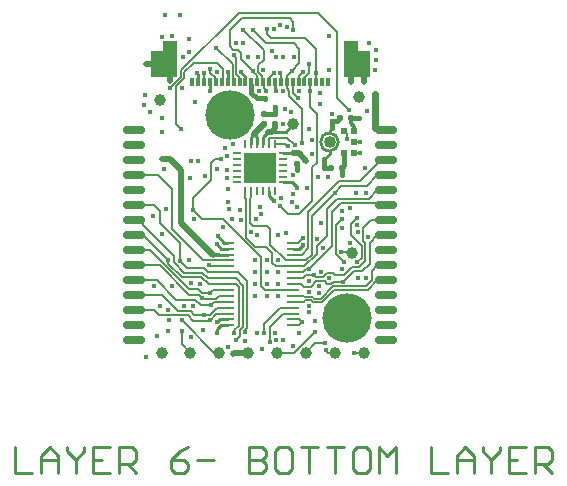
<source format=gbl>
G04*
G04 #@! TF.GenerationSoftware,Altium Limited,Altium Designer,20.1.11 (218)*
G04*
G04 Layer_Physical_Order=6*
G04 Layer_Color=16711680*
%FSLAX25Y25*%
%MOIN*%
G70*
G04*
G04 #@! TF.SameCoordinates,49FD3369-56E0-4B66-BF1D-E122077B7428*
G04*
G04*
G04 #@! TF.FilePolarity,Positive*
G04*
G01*
G75*
%ADD11C,0.01000*%
%ADD15C,0.00500*%
G04:AMPARAMS|DCode=20|XSize=22.05mil|YSize=20.08mil|CornerRadius=5.02mil|HoleSize=0mil|Usage=FLASHONLY|Rotation=180.000|XOffset=0mil|YOffset=0mil|HoleType=Round|Shape=RoundedRectangle|*
%AMROUNDEDRECTD20*
21,1,0.02205,0.01004,0,0,180.0*
21,1,0.01201,0.02008,0,0,180.0*
1,1,0.01004,-0.00600,0.00502*
1,1,0.01004,0.00600,0.00502*
1,1,0.01004,0.00600,-0.00502*
1,1,0.01004,-0.00600,-0.00502*
%
%ADD20ROUNDEDRECTD20*%
G04:AMPARAMS|DCode=27|XSize=22.05mil|YSize=20.08mil|CornerRadius=5.02mil|HoleSize=0mil|Usage=FLASHONLY|Rotation=90.000|XOffset=0mil|YOffset=0mil|HoleType=Round|Shape=RoundedRectangle|*
%AMROUNDEDRECTD27*
21,1,0.02205,0.01004,0,0,90.0*
21,1,0.01201,0.02008,0,0,90.0*
1,1,0.01004,0.00502,0.00600*
1,1,0.01004,0.00502,-0.00600*
1,1,0.01004,-0.00502,-0.00600*
1,1,0.01004,-0.00502,0.00600*
%
%ADD27ROUNDEDRECTD27*%
%ADD69C,0.04000*%
%ADD72C,0.03937*%
%ADD73C,0.00800*%
%ADD76C,0.01968*%
%ADD77C,0.01200*%
%ADD78C,0.01500*%
%ADD81C,0.00984*%
%ADD82C,0.02000*%
%ADD83C,0.01900*%
%ADD84C,0.01181*%
%ADD87C,0.00600*%
%ADD90C,0.00884*%
%ADD93C,0.01081*%
%ADD95C,0.16500*%
%ADD96C,0.01772*%
%ADD97R,0.04331X0.08661*%
%ADD98R,0.05118X0.12008*%
%ADD99R,0.01181X0.03150*%
%ADD100C,0.00787*%
%ADD101R,0.02055X0.02362*%
%ADD102R,0.03110X0.01024*%
%ADD103R,0.01024X0.03110*%
%ADD104R,0.10630X0.10236*%
G04:AMPARAMS|DCode=105|XSize=9.84mil|YSize=43.31mil|CornerRadius=2.46mil|HoleSize=0mil|Usage=FLASHONLY|Rotation=270.000|XOffset=0mil|YOffset=0mil|HoleType=Round|Shape=RoundedRectangle|*
%AMROUNDEDRECTD105*
21,1,0.00984,0.03839,0,0,270.0*
21,1,0.00492,0.04331,0,0,270.0*
1,1,0.00492,-0.01919,-0.00246*
1,1,0.00492,-0.01919,0.00246*
1,1,0.00492,0.01919,0.00246*
1,1,0.00492,0.01919,-0.00246*
%
%ADD105ROUNDEDRECTD105*%
%ADD106C,0.01700*%
%ADD107C,0.02362*%
G04:AMPARAMS|DCode=108|XSize=25.59mil|YSize=70.87mil|CornerRadius=6.4mil|HoleSize=0mil|Usage=FLASHONLY|Rotation=270.000|XOffset=0mil|YOffset=0mil|HoleType=Round|Shape=RoundedRectangle|*
%AMROUNDEDRECTD108*
21,1,0.02559,0.05807,0,0,270.0*
21,1,0.01280,0.07087,0,0,270.0*
1,1,0.01280,-0.02904,-0.00640*
1,1,0.01280,-0.02904,0.00640*
1,1,0.01280,0.02904,0.00640*
1,1,0.01280,0.02904,-0.00640*
%
%ADD108ROUNDEDRECTD108*%
D11*
X65047Y71906D02*
G03*
X68047Y74906I0J3000D01*
G01*
D02*
G03*
X65047Y77906I-3000J0D01*
G01*
D02*
G03*
X65047Y71906I0J-3000D01*
G01*
X65047Y78902D02*
X65842Y79697D01*
X65047Y77906D02*
Y78902D01*
X65047Y70963D02*
Y71906D01*
X63342Y69258D02*
X65047Y70963D01*
X39993Y77607D02*
X40000Y77600D01*
X27712Y43436D02*
X29809Y41339D01*
X31083D01*
X50424Y78324D02*
X52900Y80800D01*
X45714Y78324D02*
X50424D01*
X54128Y59734D02*
Y59785D01*
X52496Y61417D02*
X54128Y59785D01*
X46850Y92201D02*
X47058Y91993D01*
X46850Y92201D02*
Y94882D01*
X49685Y61417D02*
X52496D01*
X49685Y71260D02*
X52782D01*
X52797Y71275D01*
X44894Y57006D02*
Y58571D01*
Y57006D02*
X46600Y55300D01*
X44882Y58583D02*
X44894Y58571D01*
X38976Y76577D02*
X40000Y77600D01*
X42913Y74094D02*
Y76708D01*
X44530Y78324D01*
X40945Y74094D02*
Y76655D01*
X40000Y77600D02*
X40945Y76655D01*
X38976Y74094D02*
Y76577D01*
X36917Y94972D02*
Y96717D01*
X35374Y98260D02*
X36917Y96717D01*
Y94972D02*
X37008Y94882D01*
X27442Y14806D02*
X28385Y15749D01*
X31083D01*
X28916Y13780D02*
X31083D01*
X27559Y12423D02*
X28916Y13780D01*
X27559Y11335D02*
Y12423D01*
X31102Y94882D02*
Y98406D01*
X-39800Y-26741D02*
Y-35400D01*
X-34028D01*
X-31141D02*
Y-29628D01*
X-28255Y-26741D01*
X-25369Y-29628D01*
Y-35400D01*
Y-31071D01*
X-31141D01*
X-22483Y-26741D02*
Y-28185D01*
X-19597Y-31071D01*
X-16710Y-28185D01*
Y-26741D01*
X-19597Y-31071D02*
Y-35400D01*
X-8052Y-26741D02*
X-13824D01*
Y-35400D01*
X-8052D01*
X-13824Y-31071D02*
X-10938D01*
X-5165Y-35400D02*
Y-26741D01*
X-836D01*
X607Y-28185D01*
Y-31071D01*
X-836Y-32514D01*
X-5165D01*
X-2279D02*
X607Y-35400D01*
X17924Y-26741D02*
X15038Y-28185D01*
X12152Y-31071D01*
Y-33957D01*
X13595Y-35400D01*
X16481D01*
X17924Y-33957D01*
Y-32514D01*
X16481Y-31071D01*
X12152D01*
X20810D02*
X26583D01*
X38128Y-26741D02*
Y-35400D01*
X42457D01*
X43900Y-33957D01*
Y-32514D01*
X42457Y-31071D01*
X38128D01*
X42457D01*
X43900Y-29628D01*
Y-28185D01*
X42457Y-26741D01*
X38128D01*
X51116D02*
X48229D01*
X46786Y-28185D01*
Y-33957D01*
X48229Y-35400D01*
X51116D01*
X52559Y-33957D01*
Y-28185D01*
X51116Y-26741D01*
X55445D02*
X61217D01*
X58331D01*
Y-35400D01*
X64103Y-26741D02*
X69876D01*
X66990D01*
Y-35400D01*
X77091Y-26741D02*
X74205D01*
X72762Y-28185D01*
Y-33957D01*
X74205Y-35400D01*
X77091D01*
X78535Y-33957D01*
Y-28185D01*
X77091Y-26741D01*
X81421Y-35400D02*
Y-26741D01*
X84307Y-29628D01*
X87193Y-26741D01*
Y-35400D01*
X98738Y-26741D02*
Y-35400D01*
X104510D01*
X107396D02*
Y-29628D01*
X110283Y-26741D01*
X113169Y-29628D01*
Y-35400D01*
Y-31071D01*
X107396D01*
X116055Y-26741D02*
Y-28185D01*
X118941Y-31071D01*
X121828Y-28185D01*
Y-26741D01*
X118941Y-31071D02*
Y-35400D01*
X130486Y-26741D02*
X124714D01*
Y-35400D01*
X130486D01*
X124714Y-31071D02*
X127600D01*
X133372Y-35400D02*
Y-26741D01*
X137702D01*
X139145Y-28185D01*
Y-31071D01*
X137702Y-32514D01*
X133372D01*
X136259D02*
X139145Y-35400D01*
D15*
X77193Y26746D02*
X79200Y28753D01*
Y32046D02*
X80972Y33819D01*
X79200Y28753D02*
Y32046D01*
X55764Y74707D02*
X55793Y74736D01*
Y85907D01*
X52492Y98706D02*
X54972Y101185D01*
Y105914D01*
X53086Y107800D02*
X54972Y105914D01*
X43976Y107800D02*
X53086D01*
X51602Y90098D02*
Y91998D01*
Y90098D02*
X55793Y85907D01*
X50787Y92813D02*
Y94882D01*
Y92813D02*
X51602Y91998D01*
X50787Y94882D02*
Y97001D01*
X50787Y94882D02*
X50787Y94882D01*
X39370Y112406D02*
X43976Y107800D01*
X50787Y97001D02*
X52492Y98706D01*
X19500Y52200D02*
Y56400D01*
X25400Y62300D01*
Y67795D01*
X26741Y69137D01*
X28722D01*
X29390Y49257D02*
X42042Y36605D01*
X19500Y52200D02*
X22443Y49257D01*
X29390D01*
X12500Y45819D02*
Y59300D01*
X7981Y63819D02*
X12500Y59300D01*
Y45819D02*
X22885Y35434D01*
X6481Y53819D02*
X8500Y51800D01*
Y47957D02*
X15342Y41115D01*
X8500Y47957D02*
Y51800D01*
X2955Y53819D02*
X6481D01*
X2955Y63819D02*
X7981D01*
X59300Y66424D02*
X60700Y67824D01*
X58521Y86587D02*
X60700Y84408D01*
Y67824D02*
Y84408D01*
X50993Y76400D02*
X53492Y73900D01*
X45100Y76400D02*
X50993D01*
X44882Y76182D02*
X45100Y76400D01*
X2955Y18819D02*
X6490Y18819D01*
X8099Y17210D02*
X17890D01*
X6490Y18819D02*
X6490D01*
X8099Y17210D01*
X19894Y17406D02*
X23342D01*
X14438Y18489D02*
X18811D01*
X19894Y17406D01*
X19694Y15406D02*
X25042D01*
X17890Y17210D02*
X19694Y15406D01*
X23342Y17406D02*
X25306D01*
X2955Y23819D02*
X9108D01*
X14438Y18489D01*
X17672Y32900D02*
X23148D01*
X24551Y31497D01*
X15342Y35230D02*
X17672Y32900D01*
X31083Y29528D02*
X33720D01*
X24481D02*
X31083D01*
X2955Y47335D02*
Y48819D01*
X13342Y34758D02*
Y36948D01*
X2955Y47335D02*
X13342Y36948D01*
X31083Y31497D02*
X34550D01*
X24551D02*
X31083D01*
X43765Y40035D02*
X45942Y37858D01*
X37364Y43036D02*
X40365Y40035D01*
X43765D01*
X39393Y47044D02*
X44259D01*
X45232Y40616D02*
Y46071D01*
Y40616D02*
X50414Y35434D01*
X44259Y47044D02*
X45232Y46071D01*
X38500Y47937D02*
X39393Y47044D01*
X41317Y98170D02*
Y99243D01*
Y98170D02*
X42322Y97164D01*
X42646Y95149D02*
X43182Y94613D01*
X42322Y97164D02*
X42322D01*
X42646Y95149D02*
Y96841D01*
X42322Y97164D02*
X42646Y96841D01*
X58521Y91869D02*
X58558Y91906D01*
X58521Y86587D02*
Y91869D01*
X76142Y41958D02*
Y46142D01*
Y41958D02*
X77000Y41100D01*
X76142Y46142D02*
X78819Y48819D01*
X80972D01*
X73087Y31800D02*
X75900D01*
X78400Y34300D02*
Y41246D01*
X75900Y31800D02*
X78400Y34300D01*
X69695Y28409D02*
X73087Y31800D01*
X78400Y41246D02*
X80972Y43819D01*
X74978Y33164D02*
X77000Y35187D01*
Y41100D01*
X74300Y34800D02*
X75800Y36300D01*
X72182Y43947D02*
X75800Y40330D01*
Y36300D02*
Y40330D01*
X72182Y43947D02*
Y47646D01*
X68803Y38256D02*
X71988D01*
X72442Y37802D01*
X72471Y33164D02*
X74978D01*
X69912Y30606D02*
X72471Y33164D01*
X67152Y47082D02*
X69342Y49272D01*
X67152Y37536D02*
X69750Y34938D01*
X67152Y37536D02*
Y47082D01*
X69750Y34938D02*
X69867D01*
X15464Y79127D02*
Y79284D01*
X13900Y80848D02*
X15464Y79284D01*
X38500Y47937D02*
Y56000D01*
X38976Y56476D02*
Y58583D01*
X38500Y56000D02*
X38976Y56476D01*
X52776Y33465D02*
X56696D01*
X47183D02*
X52776D01*
X37008Y56392D02*
X37364Y56036D01*
Y43036D02*
Y56036D01*
X37008Y56392D02*
Y58583D01*
X50414Y35434D02*
X57171D01*
X69976Y78449D02*
X70700Y77725D01*
Y76000D02*
Y77725D01*
X59082Y50326D02*
X66732Y57976D01*
X43163Y102327D02*
Y105463D01*
X41300Y100463D02*
X43163Y102327D01*
X36220Y112406D02*
X43163Y105463D01*
X54906Y50906D02*
X59300Y55300D01*
X51148Y50906D02*
X54906D01*
X59300Y55300D02*
Y66424D01*
X54592Y89537D02*
X54603D01*
X52756Y91372D02*
X54592Y89537D01*
X48628Y53426D02*
X51148Y50906D01*
X50866Y73500D02*
X51200D01*
X44882Y74094D02*
Y76182D01*
X50271Y74094D02*
X50866Y73500D01*
X46850Y74094D02*
X50271D01*
X31862Y112262D02*
X35700Y116100D01*
X31862Y106776D02*
Y112262D01*
X35700Y116100D02*
X51900D01*
X44313Y110866D02*
X45479Y109700D01*
X56900D01*
X44313Y110866D02*
Y112483D01*
X56900Y109700D02*
X60693Y105907D01*
Y97843D02*
Y105907D01*
X13900Y93512D02*
X16600Y96212D01*
X13900Y80848D02*
Y93512D01*
X16600Y96212D02*
Y98100D01*
X11783Y92816D02*
X14673Y95707D01*
X14681D02*
X15120Y96146D01*
Y96153D02*
X15600Y96633D01*
X11782Y92816D02*
X11783D01*
X15120Y96146D02*
Y96153D01*
X14673Y95707D02*
X14681D01*
X15600Y96633D02*
Y98800D01*
X60630Y94882D02*
Y97906D01*
X34700Y117900D02*
X61100D01*
X15600Y98800D02*
X34700Y117900D01*
X61100D02*
X67382Y111618D01*
X51900Y116100D02*
X53000Y115000D01*
Y112100D02*
Y115000D01*
X31862Y106776D02*
X32970Y105668D01*
X34510D02*
X35617Y104561D01*
X32970Y105668D02*
X34510D01*
X35617Y102629D02*
X39681Y98566D01*
X35617Y102629D02*
Y104561D01*
X44882Y96376D02*
X46370Y97864D01*
Y97896D02*
X46402Y97928D01*
X46370Y97864D02*
Y97896D01*
X44882Y94882D02*
Y96376D01*
X39681Y98391D02*
X40945Y97127D01*
X39681Y98391D02*
Y98566D01*
X40945Y94882D02*
Y97127D01*
X48819Y94882D02*
Y97719D01*
X48819Y94882D02*
X48819Y94882D01*
X48642Y97896D02*
X48819Y97719D01*
X52756Y91372D02*
Y94882D01*
X67382Y89618D02*
Y111618D01*
X43182Y92924D02*
X43782Y92324D01*
X43182Y92924D02*
Y94613D01*
X43782Y91996D02*
Y92324D01*
X41300Y99260D02*
X41317Y99243D01*
X41300Y99260D02*
Y100463D01*
X23228Y94882D02*
Y97906D01*
X66732Y57976D02*
X69002Y60246D01*
X45942Y34706D02*
Y37858D01*
X11292Y34408D02*
Y35482D01*
Y34408D02*
X15794Y29906D01*
X2955Y43819D02*
X11292Y35482D01*
X2955Y38819D02*
X5182D01*
X18095Y25906D01*
X21341D01*
X31083Y27560D02*
X33888D01*
X15794Y29906D02*
X22362D01*
X24708Y27560D02*
X31083D01*
X13342Y34758D02*
X16694Y31406D01*
X22603D01*
X15342Y35406D02*
Y41115D01*
X7381Y28819D02*
X13794Y22406D01*
X2955Y28819D02*
X7381D01*
X13794Y22406D02*
X20342D01*
X27099Y22662D02*
X28059Y23623D01*
X22786Y22662D02*
X27099D01*
X21542Y23906D02*
X22786Y22662D01*
X28059Y23623D02*
X31083D01*
X26526Y21654D02*
X31083D01*
X25542Y20670D02*
X26526Y21654D01*
X22078Y20670D02*
X25542D01*
X27353Y17717D02*
X31083D01*
X25042Y15406D02*
X27353Y17717D01*
X27586Y19686D02*
X31083D01*
X25306Y17406D02*
X27586Y19686D01*
X66115Y26746D02*
X77193D01*
X66552Y25716D02*
X77869D01*
X80972Y28819D02*
X80972D01*
X77869Y25716D02*
X80972Y28819D01*
X68766Y54666D02*
X80125D01*
X80972Y53819D01*
X65812Y40116D02*
Y51712D01*
X68766Y54666D01*
X64100Y52700D02*
X67366Y55966D01*
X64100Y43413D02*
Y52700D01*
X60969Y40283D02*
X64100Y43413D01*
X67366Y55966D02*
X78119D01*
X59082Y37345D02*
Y50326D01*
X58002Y39416D02*
Y51736D01*
X61962Y55696D02*
Y55696D01*
X58002Y51736D02*
X61962Y55696D01*
X68067Y61800D02*
X75151D01*
X80972Y67622D02*
Y68819D01*
X75151Y61800D02*
X80972Y67622D01*
X61962Y55696D02*
X68067Y61800D01*
X69002Y60246D02*
X77399D01*
X80972Y63819D01*
X33738Y97441D02*
Y103070D01*
X34699Y95222D02*
X35039Y94882D01*
X34699Y95222D02*
Y96480D01*
X33738Y97441D02*
X34699Y96480D01*
X16600Y98100D02*
X19726Y101226D01*
X27472D01*
X15748Y7480D02*
Y12008D01*
Y7480D02*
X18503Y4725D01*
X57086D02*
X60167Y7806D01*
X63642D01*
X26575Y4725D02*
X27952D01*
X15748Y15552D02*
X26575Y4725D01*
X64352Y27656D02*
X65662D01*
X63442Y28566D02*
X64352Y27656D01*
X66415Y28409D02*
X69695D01*
X60602Y28566D02*
X63442D01*
X65662Y27656D02*
X66415Y28409D01*
X58742Y26706D02*
X60602Y28566D01*
X67382Y89618D02*
X71500Y85500D01*
X33062Y103746D02*
X33738Y103070D01*
X32738Y95215D02*
Y101010D01*
Y95215D02*
X33071Y94882D01*
X27342Y106406D02*
X32738Y101010D01*
X52775Y31497D02*
X56233D01*
X57217Y32481D01*
X58177D01*
X25342Y98006D02*
Y99346D01*
Y98006D02*
X27165Y96183D01*
Y94882D02*
Y96183D01*
X34550Y31497D02*
X37442Y28605D01*
Y12805D02*
Y28605D01*
X36811Y12174D02*
X37442Y12805D01*
X36811Y11418D02*
Y12174D01*
X27472Y101226D02*
X29390Y99308D01*
Y95954D02*
Y99308D01*
X29134Y95698D02*
X29390Y95954D01*
X29134Y94882D02*
Y95698D01*
X22885Y35434D02*
X31083D01*
X22603Y31406D02*
X24481Y29528D01*
X54724Y96788D02*
X56142Y98206D01*
X54724Y94882D02*
Y96788D01*
X22640Y24607D02*
X25342D01*
X21341Y25906D02*
X22640Y24607D01*
X18310Y23906D02*
X21542D01*
X8397Y33819D02*
X18310Y23906D01*
X2955Y33819D02*
X8397D01*
X45046Y8104D02*
Y13354D01*
X49409Y17717D01*
X52775D01*
X33888Y27560D02*
X34942Y26506D01*
Y13706D02*
Y26506D01*
X33342Y12106D02*
X34942Y13706D01*
X33342Y11406D02*
Y12106D01*
X15342Y35230D02*
Y35406D01*
X33720Y29528D02*
X36242Y27006D01*
Y13407D02*
Y27006D01*
X35039Y12204D02*
X36242Y13407D01*
X35039Y10303D02*
Y12204D01*
X33742Y9006D02*
X35039Y10303D01*
X57171Y35434D02*
X59082Y37345D01*
X72182Y47646D02*
X74242Y49706D01*
X59842Y30512D02*
X60568Y29786D01*
X62823D01*
X64243Y31206D01*
X66342D01*
X66942Y30606D01*
X69912D01*
X20342Y22406D02*
X22078Y20670D01*
X78119Y55966D02*
X80972Y58819D01*
X60969Y37738D02*
Y40283D01*
X56696Y33465D02*
X60969Y37738D01*
X73212Y71363D02*
X75299D01*
X55988Y37402D02*
X58002Y39416D01*
X52775Y37402D02*
X55988D01*
X45942Y34706D02*
X47183Y33465D01*
X73261Y4725D02*
X76377D01*
X73242Y4706D02*
X73261Y4725D01*
X58177Y32481D02*
X65812Y40116D01*
X58342Y97806D02*
Y100906D01*
X56693Y96157D02*
X58342Y97806D01*
X56693Y94882D02*
Y96157D01*
X52775Y29528D02*
X56263D01*
X57247Y30512D01*
X59842D01*
X73212Y74906D02*
X75342D01*
X25022Y33776D02*
X25333Y33465D01*
X31083D01*
X52775Y27560D02*
X55587D01*
X56441Y26706D01*
X58742D01*
X58521Y94742D02*
X58661Y94882D01*
X58521Y91943D02*
Y94742D01*
Y91943D02*
X58558Y91906D01*
X62045Y22676D02*
X66115Y26746D01*
X59872Y22676D02*
X62045D01*
X59442Y23106D02*
X59872Y22676D01*
X56842Y23106D02*
X59442D01*
X56325Y23623D02*
X56842Y23106D01*
X52775Y23623D02*
X56325D01*
X26326Y25591D02*
X31083D01*
X25342Y24607D02*
X26326Y25591D01*
X64529Y4725D02*
X66732D01*
X63742Y5512D02*
X64529Y4725D01*
X42042Y27006D02*
Y36605D01*
Y27006D02*
X43457Y25591D01*
X52775D01*
X22362Y29906D02*
X24708Y27560D01*
X62412Y21576D02*
X66552Y25716D01*
X59472Y21576D02*
X62412D01*
X58942Y22106D02*
X59472Y21576D01*
X56843Y22106D02*
X58942D01*
X56391Y21654D02*
X56843Y22106D01*
X52775Y21654D02*
X56391D01*
X43110Y11338D02*
X43242Y11206D01*
X43110Y11338D02*
Y14371D01*
X48425Y19686D01*
X52775D01*
D20*
X46900Y80828D02*
D03*
Y84372D02*
D03*
X43100Y80828D02*
D03*
Y84372D02*
D03*
X54200Y71272D02*
D03*
Y67728D02*
D03*
D27*
X69114Y66405D02*
D03*
X65571D02*
D03*
X72114Y82905D02*
D03*
X68571D02*
D03*
D69*
X65047Y74906D02*
D03*
D72*
X72442Y37802D02*
D03*
X8600Y88900D02*
D03*
X37795Y4725D02*
D03*
X18503D02*
D03*
X47440D02*
D03*
X28149D02*
D03*
X57086D02*
D03*
X76377D02*
D03*
X66732D02*
D03*
X52900Y80800D02*
D03*
X74700Y89900D02*
D03*
X9055Y4725D02*
D03*
D73*
X52775Y41339D02*
X54375D01*
X56042Y43006D01*
X52775Y13780D02*
X54856D01*
X55862Y14786D01*
Y14886D01*
X54999Y15749D02*
X55862Y14886D01*
X52775Y15749D02*
X54999D01*
D76*
X33325Y4725D02*
X37795D01*
X32800Y4200D02*
X33325Y4725D01*
D77*
X73212Y78449D02*
Y80035D01*
X72114Y81133D02*
X73212Y80035D01*
X72114Y81133D02*
Y82905D01*
D78*
X65842Y79697D02*
Y81906D01*
X67571D01*
X68570Y82905D01*
X63342Y66405D02*
Y69258D01*
X69114Y66405D02*
X69976Y67267D01*
X69114Y63906D02*
Y66405D01*
X54204Y65504D02*
Y67724D01*
X54203Y65503D02*
X54204Y65504D01*
X54200Y67728D02*
X54204Y67724D01*
X46858Y86530D02*
X46879Y86509D01*
Y84393D02*
Y86509D01*
Y84393D02*
X46900Y84372D01*
X40736Y89452D02*
X43548D01*
X43600Y89400D01*
X38976Y91212D02*
X40736Y89452D01*
X38976Y91212D02*
Y94057D01*
X43100Y84372D02*
X46900D01*
X69976Y67267D02*
Y71363D01*
X63342Y66405D02*
X65570D01*
D81*
X55007Y39371D02*
X56342Y40706D01*
X52775Y39371D02*
X55007D01*
X28149Y37402D02*
X31083D01*
D82*
X40000Y77600D02*
X42998Y80598D01*
Y80824D01*
X43002Y80828D01*
X46885Y79496D02*
Y80824D01*
X44530Y78324D02*
X45714D01*
X46885Y79496D01*
X46889Y80828D02*
X46900D01*
X46885Y80824D02*
X46889Y80828D01*
X52797Y71275D02*
X54197D01*
X54204Y71268D02*
X54732D01*
X57300Y68700D01*
X54197Y71275D02*
X54204Y71268D01*
X43002Y80828D02*
X43100D01*
D83*
X9055Y69292D02*
X11908D01*
X15500Y48051D02*
Y65700D01*
X11908Y69292D02*
X15500Y65700D01*
Y48051D02*
X26149Y37402D01*
X11790Y102439D02*
X11811Y102461D01*
X11790Y95227D02*
Y102439D01*
X7467Y100800D02*
X7480Y100787D01*
X3800Y100800D02*
X7467D01*
X72047Y94906D02*
Y102461D01*
X76378Y94942D02*
Y100787D01*
D84*
X26149Y37402D02*
X28149D01*
D87*
X53161Y4725D02*
X60142Y11706D01*
X47440Y4725D02*
X53161D01*
D90*
X27559Y40775D02*
X28963Y39371D01*
X31083D01*
D93*
X20700Y97900D02*
X21210Y97390D01*
Y94932D02*
Y97390D01*
Y94932D02*
X21260Y94882D01*
X25197Y91906D02*
Y94882D01*
D95*
X70842Y16406D02*
D03*
X31842Y83906D02*
D03*
D96*
X49656Y103393D02*
D03*
X11100Y18846D02*
D03*
X18503Y62946D02*
D03*
X31412Y52506D02*
D03*
X57436Y59700D02*
D03*
X21942Y27706D02*
D03*
X29635Y46699D02*
D03*
X55764Y74707D02*
D03*
X18842Y68539D02*
D03*
X39370Y112406D02*
D03*
X52492Y98706D02*
D03*
X23372Y63616D02*
D03*
X27482Y65896D02*
D03*
X10500Y52563D02*
D03*
X9842Y65906D02*
D03*
X59064Y70800D02*
D03*
Y75600D02*
D03*
X53492Y73900D02*
D03*
X16535Y20406D02*
D03*
X32800Y4200D02*
D03*
X31100Y6700D02*
D03*
X21260Y68539D02*
D03*
X31212Y55006D02*
D03*
X32600Y49199D02*
D03*
X54700Y11200D02*
D03*
X60142Y11706D02*
D03*
X61909Y91142D02*
D03*
X58558Y91906D02*
D03*
X39993Y77607D02*
D03*
X74506Y44966D02*
D03*
X74300Y34800D02*
D03*
X68803Y38256D02*
D03*
X71800Y41300D02*
D03*
X9055Y69292D02*
D03*
X12450Y110298D02*
D03*
X18342Y109406D02*
D03*
X16141Y103150D02*
D03*
X20700Y97900D02*
D03*
X49500Y80800D02*
D03*
X54128Y59734D02*
D03*
X50442Y44606D02*
D03*
X54164Y53177D02*
D03*
X35042Y52343D02*
D03*
X48628Y53426D02*
D03*
X35552Y49006D02*
D03*
X15464Y79127D02*
D03*
X61909Y87599D02*
D03*
X48900Y56400D02*
D03*
X52700Y63800D02*
D03*
X47769Y43782D02*
D03*
X39000Y45000D02*
D03*
X40928Y43798D02*
D03*
X40542Y49206D02*
D03*
X61071Y63406D02*
D03*
X57300Y68700D02*
D03*
X70700Y76000D02*
D03*
X58264Y79107D02*
D03*
X65842Y84406D02*
D03*
X66732Y57976D02*
D03*
X69114Y63906D02*
D03*
X18342Y104907D02*
D03*
X36220Y112406D02*
D03*
X27712Y43436D02*
D03*
X62272Y47796D02*
D03*
X32700Y74200D02*
D03*
X54203Y65503D02*
D03*
X52756Y57548D02*
D03*
X30832Y62946D02*
D03*
X50200Y86000D02*
D03*
X54603Y89537D02*
D03*
X46858Y86530D02*
D03*
X43600Y89400D02*
D03*
X52342Y84905D02*
D03*
X30867Y65679D02*
D03*
X47058Y91993D02*
D03*
X30800Y70400D02*
D03*
X30100Y72800D02*
D03*
X52400Y55000D02*
D03*
X49417Y91901D02*
D03*
X51200Y73500D02*
D03*
X46600Y55300D02*
D03*
X41914Y53177D02*
D03*
X42242Y50906D02*
D03*
X27559Y40775D02*
D03*
X19772Y49106D02*
D03*
X31092Y59256D02*
D03*
X28722Y69137D02*
D03*
X2955Y13819D02*
D03*
Y23819D02*
D03*
Y28819D02*
D03*
Y38819D02*
D03*
Y43819D02*
D03*
Y53819D02*
D03*
Y63819D02*
D03*
Y68819D02*
D03*
Y78819D02*
D03*
X3113Y87134D02*
D03*
X3800Y100800D02*
D03*
X11417Y15552D02*
D03*
X11217Y12008D02*
D03*
X8661Y20406D02*
D03*
X11292Y35456D02*
D03*
X9342Y44406D02*
D03*
X9055Y78347D02*
D03*
X11782Y92816D02*
D03*
X11790Y95227D02*
D03*
X9342Y109906D02*
D03*
X10039Y117406D02*
D03*
X15748Y15552D02*
D03*
Y12008D02*
D03*
X19526Y20406D02*
D03*
X18842Y27906D02*
D03*
X18142Y35506D02*
D03*
X15342Y35406D02*
D03*
X19500Y52200D02*
D03*
X20071Y88135D02*
D03*
X15751Y93049D02*
D03*
X27559Y11335D02*
D03*
X27442Y14806D02*
D03*
X25142Y15506D02*
D03*
X25542Y20670D02*
D03*
X25197Y91906D02*
D03*
X25342Y99346D02*
D03*
X33342Y11406D02*
D03*
X33062Y103746D02*
D03*
X33842Y108006D02*
D03*
X36242Y107906D02*
D03*
X42520Y5906D02*
D03*
X40157Y23623D02*
D03*
X44094D02*
D03*
X40157Y31497D02*
D03*
Y27560D02*
D03*
X44094Y31497D02*
D03*
Y27560D02*
D03*
X40157Y35497D02*
D03*
X44094D02*
D03*
X41452Y91906D02*
D03*
X43782Y91996D02*
D03*
X41242Y103306D02*
D03*
X44313Y112483D02*
D03*
X48031Y23623D02*
D03*
Y31497D02*
D03*
Y27560D02*
D03*
Y35497D02*
D03*
X47342Y103393D02*
D03*
X55862Y14786D02*
D03*
X60192Y15266D02*
D03*
X58242Y20406D02*
D03*
X59842Y30512D02*
D03*
X58177Y32481D02*
D03*
Y28544D02*
D03*
X58342Y100906D02*
D03*
X63742Y5512D02*
D03*
X63642Y7806D02*
D03*
X64942Y29506D02*
D03*
X64614Y63406D02*
D03*
X64828Y110300D02*
D03*
X73242Y4706D02*
D03*
X74642Y29606D02*
D03*
X74242Y47304D02*
D03*
X71772Y52846D02*
D03*
X75299Y71363D02*
D03*
X71500Y85500D02*
D03*
X76378Y94942D02*
D03*
X72047Y94906D02*
D03*
X80972Y13819D02*
D03*
Y23819D02*
D03*
Y28819D02*
D03*
Y38819D02*
D03*
Y43819D02*
D03*
Y53819D02*
D03*
Y63819D02*
D03*
Y68819D02*
D03*
Y78819D02*
D03*
X80571Y102134D02*
D03*
X2955Y18819D02*
D03*
Y8819D02*
D03*
X3950Y3150D02*
D03*
X2955Y48819D02*
D03*
Y33819D02*
D03*
Y73819D02*
D03*
Y58819D02*
D03*
X3575Y90677D02*
D03*
X7638Y10406D02*
D03*
X12401Y26906D02*
D03*
X9342Y83071D02*
D03*
X18842Y9906D02*
D03*
X23342Y17406D02*
D03*
X25342Y24607D02*
D03*
X25022Y33776D02*
D03*
X27342Y106406D02*
D03*
X27570Y98406D02*
D03*
X23228Y97906D02*
D03*
X33742Y9006D02*
D03*
X35374Y98260D02*
D03*
X43242Y11206D02*
D03*
X40862D02*
D03*
X39681Y98566D02*
D03*
X43000Y98878D02*
D03*
X47242Y8806D02*
D03*
X49580Y8795D02*
D03*
X48642Y97896D02*
D03*
X50900Y113400D02*
D03*
X48628Y113849D02*
D03*
X58242Y18106D02*
D03*
X58142Y24806D02*
D03*
X56342Y40706D02*
D03*
X56042Y43006D02*
D03*
X56142Y98206D02*
D03*
X65842Y81906D02*
D03*
X63342Y66405D02*
D03*
X64842Y98905D02*
D03*
X74242Y49706D02*
D03*
X75342Y74906D02*
D03*
X74842Y82906D02*
D03*
X73852Y57756D02*
D03*
X80972Y18819D02*
D03*
Y8819D02*
D03*
Y48819D02*
D03*
Y33819D02*
D03*
Y73819D02*
D03*
Y58819D02*
D03*
X80571Y105678D02*
D03*
X80342Y98906D02*
D03*
Y90906D02*
D03*
X22842Y12402D02*
D03*
X22542Y22906D02*
D03*
X5342Y84905D02*
D03*
X15157Y117406D02*
D03*
X36742Y8465D02*
D03*
X45046Y8104D02*
D03*
X53000Y7000D02*
D03*
X36811Y11418D02*
D03*
X54842Y91906D02*
D03*
X53042Y103406D02*
D03*
X37842D02*
D03*
X53000Y112100D02*
D03*
X61511Y24457D02*
D03*
X62142Y31506D02*
D03*
X69695Y28409D02*
D03*
X77340Y29721D02*
D03*
X62742Y39506D02*
D03*
X69342Y46406D02*
D03*
Y51906D02*
D03*
X77558Y85237D02*
D03*
X78342Y107907D02*
D03*
X6342Y50406D02*
D03*
X6692Y26906D02*
D03*
X46850Y11221D02*
D03*
X31102Y98406D02*
D03*
X46370Y97896D02*
D03*
X46576Y112689D02*
D03*
X45700Y105100D02*
D03*
X69342Y49272D02*
D03*
X61492Y26886D02*
D03*
X60942Y42706D02*
D03*
X69867Y34938D02*
D03*
X69287Y32741D02*
D03*
X77782Y43186D02*
D03*
X77302Y57946D02*
D03*
X76842Y66406D02*
D03*
X60693Y97843D02*
D03*
D97*
X76378Y100787D02*
D03*
X7480D02*
D03*
D98*
X72047Y102461D02*
D03*
X11811D02*
D03*
D99*
X64567Y94882D02*
D03*
X62598D02*
D03*
X60630D02*
D03*
X58661D02*
D03*
X56693D02*
D03*
X54724D02*
D03*
X52756D02*
D03*
X50787D02*
D03*
X48819D02*
D03*
X46850D02*
D03*
X44882D02*
D03*
X42913D02*
D03*
X40945D02*
D03*
X38976D02*
D03*
X37008D02*
D03*
X35039D02*
D03*
X33071D02*
D03*
X31102D02*
D03*
X29134D02*
D03*
X27165D02*
D03*
X25197D02*
D03*
X23228D02*
D03*
X21260D02*
D03*
X19291D02*
D03*
D100*
X65047Y71906D02*
D03*
X65047Y77906D02*
D03*
D101*
X73213Y71363D02*
D03*
Y78449D02*
D03*
X69976D02*
D03*
Y71363D02*
D03*
X73213Y74906D02*
D03*
D102*
X34173Y61417D02*
D03*
Y63386D02*
D03*
Y65354D02*
D03*
Y67323D02*
D03*
Y69291D02*
D03*
Y71260D02*
D03*
X49685D02*
D03*
Y69291D02*
D03*
Y67323D02*
D03*
Y65354D02*
D03*
Y63386D02*
D03*
Y61417D02*
D03*
D103*
X37008Y74094D02*
D03*
X38976D02*
D03*
X40945D02*
D03*
X42913D02*
D03*
X44882D02*
D03*
X46850D02*
D03*
Y58583D02*
D03*
X44882D02*
D03*
X42913D02*
D03*
X40945D02*
D03*
X38976D02*
D03*
X37008D02*
D03*
D104*
X41929Y66338D02*
D03*
D105*
X31083Y19685D02*
D03*
Y21654D02*
D03*
X52776Y19685D02*
D03*
Y21654D02*
D03*
X31083Y41339D02*
D03*
X52776D02*
D03*
Y39370D02*
D03*
X31083D02*
D03*
X52776Y37402D02*
D03*
X31083D02*
D03*
X52776Y35433D02*
D03*
X31083D02*
D03*
X52776Y33465D02*
D03*
X31083D02*
D03*
X52776Y31496D02*
D03*
X31083D02*
D03*
X52776Y29528D02*
D03*
X31083D02*
D03*
X52776Y27559D02*
D03*
X31083D02*
D03*
X52776Y25591D02*
D03*
X31083D02*
D03*
X52776Y23622D02*
D03*
X31083D02*
D03*
X52776Y17717D02*
D03*
X31083D02*
D03*
X52776Y15748D02*
D03*
X31083D02*
D03*
X52776Y13780D02*
D03*
X31083D02*
D03*
D106*
X80342Y79449D02*
X80972Y78819D01*
X72114Y82905D02*
X74841D01*
X74842Y82906D01*
D107*
X80342Y79449D02*
Y90906D01*
D108*
X0Y8819D02*
D03*
Y13819D02*
D03*
Y18819D02*
D03*
Y23819D02*
D03*
Y28819D02*
D03*
Y33819D02*
D03*
Y38819D02*
D03*
Y43819D02*
D03*
Y48819D02*
D03*
Y53819D02*
D03*
Y58819D02*
D03*
Y63819D02*
D03*
Y68819D02*
D03*
Y73819D02*
D03*
Y78819D02*
D03*
X83858Y8819D02*
D03*
Y13819D02*
D03*
Y18819D02*
D03*
Y23819D02*
D03*
Y28819D02*
D03*
Y33819D02*
D03*
Y38819D02*
D03*
Y43819D02*
D03*
Y48819D02*
D03*
Y53819D02*
D03*
Y58819D02*
D03*
Y63819D02*
D03*
Y68819D02*
D03*
Y73819D02*
D03*
Y78819D02*
D03*
M02*

</source>
